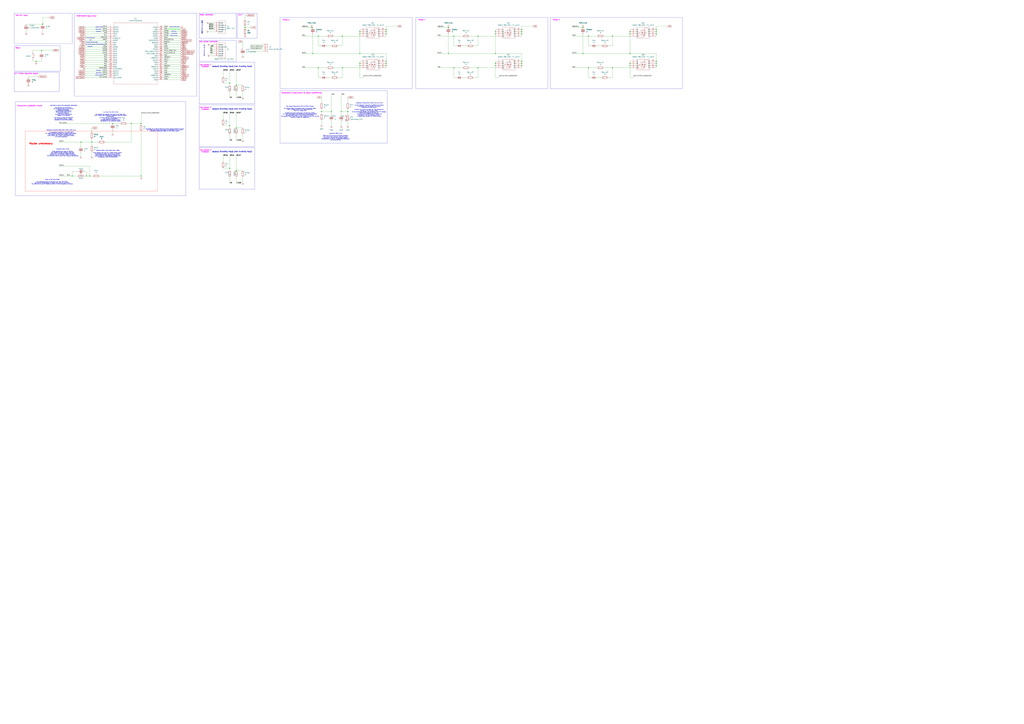
<source format=kicad_sch>
(kicad_sch (version 20231120) (generator "eeschema") (generator_version "8.0")
  (paper "A0")
  (junction (at 575.31 73.66))
  (junction (at 448.31 73.66))
  (junction (at 575.31 62.23))
  (junction (at 554.99 41.91))
  (junction (at 676.91 31.75))
  (junction (at 41.91 71.12))
  (junction (at 163.83 204.47))
  (junction (at 605.79 39.37))
  (junction (at 163.83 143.51))
  (junction (at 384.81 129.54))
  (junction (at 527.05 78.74))
  (junction (at 605.79 36.83))
  (junction (at 266.7 195.58))
  (junction (at 448.31 34.29))
  (junction (at 274.32 148.59))
  (junction (at 417.83 62.23))
  (junction (at 274.32 99.06))
  (junction (at 605.79 71.12))
  (junction (at 731.52 73.66))
  (junction (at 106.68 165.1))
  (junction (at 130.81 143.51))
  (junction (at 396.24 129.54))
  (junction (at 266.7 146.05))
  (junction (at 448.31 76.2))
  (junction (at 48.26 58.42))
  (junction (at 152.4 143.51))
  (junction (at 575.31 39.37))
  (junction (at 683.26 78.74))
  (junction (at 731.52 76.2))
  (junction (at 676.91 62.23))
  (junction (at 403.86 129.54))
  (junction (at 417.83 39.37))
  (junction (at 369.57 41.91))
  (junction (at 575.31 76.2))
  (junction (at 605.79 76.2))
  (junction (at 683.26 41.91))
  (junction (at 104.14 204.47))
  (junction (at 762 73.66))
  (junction (at 397.51 78.74))
  (junction (at 527.05 41.91))
  (junction (at 575.31 36.83))
  (junction (at 373.38 129.54))
  (junction (at 274.32 198.12))
  (junction (at 762 34.29))
  (junction (at 100.33 204.47))
  (junction (at 762 39.37))
  (junction (at 731.52 39.37))
  (junction (at 417.83 36.83))
  (junction (at 448.31 39.37))
  (junction (at 417.83 76.2))
  (junction (at 417.83 73.66))
  (junction (at 731.52 62.23))
  (junction (at 520.7 31.75))
  (junction (at 93.98 165.1))
  (junction (at 711.2 78.74))
  (junction (at 520.7 62.23))
  (junction (at 554.99 78.74))
  (junction (at 605.79 34.29))
  (junction (at 266.7 96.52))
  (junction (at 83.82 204.47))
  (junction (at 762 36.83))
  (junction (at 284.48 31.75))
  (junction (at 448.31 36.83))
  (junction (at 49.53 27.94))
  (junction (at 711.2 41.91))
  (junction (at 369.57 78.74))
  (junction (at 605.79 73.66))
  (junction (at 448.31 71.12))
  (junction (at 731.52 36.83))
  (junction (at 762 76.2))
  (junction (at 361.95 31.75))
  (junction (at 762 71.12))
  (junction (at 363.22 62.23))
  (junction (at 397.51 41.91))
  (wire (pts (xy 93.98 177.8) (xy 93.98 181.61)))
  (wire (pts (xy 93.98 165.1) (xy 106.68 165.1)))
  (wire (pts (xy 33.02 90.17) (xy 33.02 88.9)))
  (wire (pts (xy 104.14 204.47) (xy 104.14 193.04)))
  (wire (pts (xy 281.94 156.21) (xy 281.94 162.56)))
  (wire (pts (xy 508 41.91) (xy 527.05 41.91)))
  (wire (pts (xy 369.57 41.91) (xy 379.73 41.91)))
  (wire (pts (xy 731.52 76.2) (xy 731.52 90.17)))
  (wire (pts (xy 99.06 49.53) (xy 124.46 49.53)))
  (wire (pts (xy 575.31 76.2) (xy 575.31 90.17)))
  (wire (pts (xy 124.46 85.09) (xy 99.06 85.09)))
  (wire (pts (xy 575.31 71.12) (xy 575.31 73.66)))
  (wire (pts (xy 605.79 39.37) (xy 605.79 36.83)))
  (wire (pts (xy 274.32 106.68) (xy 274.32 114.3)))
  (wire (pts (xy 190.5 34.29) (xy 209.55 34.29)))
  (wire (pts (xy 99.06 52.07) (xy 124.46 52.07)))
  (wire (pts (xy 83.82 204.47) (xy 90.17 204.47)))
  (wire (pts (xy 605.79 73.66) (xy 605.79 76.2)))
  (wire (pts (xy 248.92 29.21) (xy 242.57 29.21)))
  (wire (pts (xy 417.83 90.17) (xy 421.64 90.17)))
  (wire (pts (xy 106.68 165.1) (xy 114.3 165.1)))
  (wire (pts (xy 520.7 62.23) (xy 520.7 39.37)))
  (wire (pts (xy 397.51 78.74) (xy 417.83 78.74)))
  (wire (pts (xy 259.08 146.05) (xy 266.7 146.05)))
  (wire (pts (xy 350.52 31.75) (xy 361.95 31.75)))
  (wire (pts (xy 38.1 71.12) (xy 41.91 71.12)))
  (wire (pts (xy 363.22 62.23) (xy 363.22 39.37)))
  (wire (pts (xy 30.48 35.56) (xy 30.48 38.1)))
  (wire (pts (xy 384.81 133.35) (xy 384.81 129.54)))
  (wire (pts (xy 735.33 88.9) (xy 735.33 90.17)))
  (wire (pts (xy 554.99 90.17) (xy 549.91 90.17)))
  (wire (pts (xy 48.26 68.58) (xy 48.26 71.12)))
  (wire (pts (xy 605.79 36.83) (xy 605.79 34.29)))
  (wire (pts (xy 99.06 57.15) (xy 124.46 57.15)))
  (wire (pts (xy 448.31 62.23) (xy 448.31 71.12)))
  (wire (pts (xy 190.5 39.37) (xy 209.55 39.37)))
  (wire (pts (xy 290.83 57.15) (xy 306.07 57.15)))
  (wire (pts (xy 417.83 34.29) (xy 417.83 36.83)))
  (wire (pts (xy 384.81 110.49) (xy 384.81 129.54)))
  (wire (pts (xy 448.31 71.12) (xy 448.31 73.66)))
  (wire (pts (xy 448.31 76.2) (xy 448.31 78.74)))
  (wire (pts (xy 537.21 90.17) (xy 542.29 90.17)))
  (wire (pts (xy 259.08 132.08) (xy 259.08 138.43)))
  (wire (pts (xy 575.31 36.83) (xy 575.31 39.37)))
  (wire (pts (xy 190.5 90.17) (xy 209.55 90.17)))
  (wire (pts (xy 361.95 31.75) (xy 363.22 31.75)))
  (wire (pts (xy 605.79 76.2) (xy 605.79 78.74)))
  (wire (pts (xy 99.06 41.91) (xy 124.46 41.91)))
  (wire (pts (xy 100.33 199.39) (xy 100.33 204.47)))
  (wire (pts (xy 605.79 71.12) (xy 605.79 73.66)))
  (wire (pts (xy 379.73 53.34) (xy 384.81 53.34)))
  (wire (pts (xy 676.91 62.23) (xy 676.91 39.37)))
  (wire (pts (xy 190.5 64.77) (xy 209.55 64.77)))
  (wire (pts (xy 274.32 99.06) (xy 281.94 99.06)))
  (wire (pts (xy 508 78.74) (xy 527.05 78.74)))
  (wire (pts (xy 248.92 62.23) (xy 243.84 62.23)))
  (wire (pts (xy 554.99 53.34) (xy 549.91 53.34)))
  (wire (pts (xy 403.86 140.97) (xy 403.86 146.05)))
  (wire (pts (xy 266.7 205.74) (xy 266.7 213.36)))
  (wire (pts (xy 762 62.23) (xy 762 71.12)))
  (wire (pts (xy 554.99 41.91) (xy 575.31 41.91)))
  (wire (pts (xy 99.06 46.99) (xy 124.46 46.99)))
  (wire (pts (xy 762 39.37) (xy 762 36.83)))
  (wire (pts (xy 403.86 129.54) (xy 403.86 133.35)))
  (wire (pts (xy 683.26 90.17) (xy 685.8 90.17)))
  (wire (pts (xy 448.31 39.37) (xy 448.31 36.83)))
  (wire (pts (xy 190.5 87.63) (xy 209.55 87.63)))
  (wire (pts (xy 448.31 73.66) (xy 448.31 76.2)))
  (wire (pts (xy 350.52 62.23) (xy 363.22 62.23)))
  (wire (pts (xy 369.57 90.17) (xy 372.11 90.17)))
  (wire (pts (xy 248.92 26.67) (xy 242.57 26.67)))
  (wire (pts (xy 281.94 63.5) (xy 281.94 64.77)))
  (wire (pts (xy 190.5 80.01) (xy 209.55 80.01)))
  (wire (pts (xy 190.5 59.69) (xy 209.55 59.69)))
  (wire (pts (xy 731.52 36.83) (xy 731.52 39.37)))
  (wire (pts (xy 281.94 48.26) (xy 281.94 55.88)))
  (wire (pts (xy 664.21 31.75) (xy 676.91 31.75)))
  (wire (pts (xy 266.7 156.21) (xy 266.7 163.83)))
  (wire (pts (xy 554.99 78.74) (xy 554.99 90.17)))
  (wire (pts (xy 190.5 69.85) (xy 209.55 69.85)))
  (wire (pts (xy 281.94 106.68) (xy 281.94 113.03)))
  (wire (pts (xy 99.06 77.47) (xy 124.46 77.47)))
  (wire (pts (xy 605.79 62.23) (xy 605.79 71.12)))
  (wire (pts (xy 731.52 62.23) (xy 762 62.23)))
  (wire (pts (xy 421.64 88.9) (xy 421.64 90.17)))
  (wire (pts (xy 93.98 165.1) (xy 93.98 170.18)))
  (wire (pts (xy 605.79 30.48) (xy 618.49 30.48)))
  (wire (pts (xy 575.31 73.66) (xy 575.31 76.2)))
  (wire (pts (xy 527.05 53.34) (xy 529.59 53.34)))
  (wire (pts (xy 554.99 78.74) (xy 575.31 78.74)))
  (wire (pts (xy 373.38 139.7) (xy 373.38 144.78)))
  (wire (pts (xy 369.57 78.74) (xy 379.73 78.74)))
  (wire (pts (xy 290.83 54.61) (xy 306.07 54.61)))
  (wire (pts (xy 106.68 165.1) (xy 106.68 168.91)))
  (wire (pts (xy 266.7 195.58) (xy 266.7 198.12)))
  (wire (pts (xy 274.32 82.55) (xy 274.32 99.06)))
  (wire (pts (xy 49.53 20.32) (xy 49.53 27.94)))
  (wire (pts (xy 373.38 127) (xy 373.38 129.54)))
  (wire (pts (xy 99.06 39.37) (xy 124.46 39.37)))
  (wire (pts (xy 248.92 64.77) (xy 243.84 64.77)))
  (wire (pts (xy 259.08 195.58) (xy 266.7 195.58)))
  (wire (pts (xy 350.52 41.91) (xy 369.57 41.91)))
  (wire (pts (xy 90.17 199.39) (xy 83.82 199.39)))
  (wire (pts (xy 284.48 31.75) (xy 290.83 31.75)))
  (wire (pts (xy 163.83 152.4) (xy 163.83 204.47)))
  (wire (pts (xy 190.5 31.75) (xy 209.55 31.75)))
  (wire (pts (xy 97.79 199.39) (xy 100.33 199.39)))
  (wire (pts (xy 152.4 143.51) (xy 163.83 143.51)))
  (wire (pts (xy 83.82 204.47) (xy 68.58 204.47)))
  (wire (pts (xy 448.31 36.83) (xy 448.31 34.29)))
  (wire (pts (xy 248.92 57.15) (xy 243.84 57.15)))
  (wire (pts (xy 417.83 39.37) (xy 417.83 62.23)))
  (wire (pts (xy 266.7 106.68) (xy 266.7 114.3)))
  (wire (pts (xy 396.24 129.54) (xy 403.86 129.54)))
  (wire (pts (xy 701.04 78.74) (xy 711.2 78.74)))
  (wire (pts (xy 49.53 20.32) (xy 57.15 20.32)))
  (wire (pts (xy 248.92 36.83) (xy 242.57 36.83)))
  (wire (pts (xy 544.83 41.91) (xy 554.99 41.91)))
  (wire (pts (xy 152.4 143.51) (xy 152.4 165.1)))
  (wire (pts (xy 99.06 34.29) (xy 124.46 34.29)))
  (wire (pts (xy 41.91 71.12) (xy 41.91 72.39)))
  (wire (pts (xy 508 31.75) (xy 520.7 31.75)))
  (wire (pts (xy 711.2 78.74) (xy 731.52 78.74)))
  (wire (pts (xy 33.02 88.9) (xy 44.45 88.9)))
  (wire (pts (xy 397.51 41.91) (xy 417.83 41.91)))
  (wire (pts (xy 762 71.12) (xy 762 73.66)))
  (wire (pts (xy 290.83 52.07) (xy 306.07 52.07)))
  (wire (pts (xy 147.32 143.51) (xy 152.4 143.51)))
  (wire (pts (xy 762 76.2) (xy 762 78.74)))
  (wire (pts (xy 575.31 62.23) (xy 605.79 62.23)))
  (wire (pts (xy 537.21 53.34) (xy 542.29 53.34)))
  (wire (pts (xy 527.05 90.17) (xy 529.59 90.17)))
  (wire (pts (xy 417.83 73.66) (xy 417.83 76.2)))
  (wire (pts (xy 99.06 31.75) (xy 124.46 31.75)))
  (wire (pts (xy 527.05 78.74) (xy 537.21 78.74)))
  (wire (pts (xy 683.26 53.34) (xy 685.8 53.34)))
  (wire (pts (xy 575.31 34.29) (xy 575.31 36.83)))
  (wire (pts (xy 284.48 30.48) (xy 284.48 31.75)))
  (wire (pts (xy 369.57 53.34) (xy 372.11 53.34)))
  (wire (pts (xy 363.22 62.23) (xy 417.83 62.23)))
  (wire (pts (xy 448.31 41.91) (xy 448.31 39.37)))
  (wire (pts (xy 99.06 69.85) (xy 124.46 69.85)))
  (wire (pts (xy 274.32 205.74) (xy 274.32 213.36)))
  (wire (pts (xy 99.06 72.39) (xy 124.46 72.39)))
  (wire (pts (xy 711.2 53.34) (xy 706.12 53.34)))
  (wire (pts (xy 83.82 199.39) (xy 83.82 204.47)))
  (wire (pts (xy 190.5 57.15) (xy 209.55 57.15)))
  (wire (pts (xy 397.51 41.91) (xy 397.51 53.34)))
  (wire (pts (xy 554.99 41.91) (xy 554.99 53.34)))
  (wire (pts (xy 190.5 82.55) (xy 209.55 82.55)))
  (wire (pts (xy 68.58 165.1) (xy 93.98 165.1)))
  (wire (pts (xy 99.06 36.83) (xy 124.46 36.83)))
  (wire (pts (xy 190.5 49.53) (xy 209.55 49.53)))
  (wire (pts (xy 190.5 54.61) (xy 209.55 54.61)))
  (wire (pts (xy 266.7 181.61) (xy 266.7 195.58)))
  (wire (pts (xy 731.52 34.29) (xy 731.52 36.83)))
  (wire (pts (xy 106.68 161.29) (xy 106.68 165.1)))
  (wire (pts (xy 403.86 129.54) (xy 403.86 127)))
  (wire (pts (xy 701.04 41.91) (xy 711.2 41.91)))
  (wire (pts (xy 683.26 78.74) (xy 693.42 78.74)))
  (wire (pts (xy 508 62.23) (xy 520.7 62.23)))
  (wire (pts (xy 190.5 77.47) (xy 209.55 77.47)))
  (wire (pts (xy 762 30.48) (xy 774.7 30.48)))
  (wire (pts (xy 115.57 204.47) (xy 163.83 204.47)))
  (wire (pts (xy 266.7 146.05) (xy 266.7 148.59)))
  (wire (pts (xy 664.21 78.74) (xy 683.26 78.74)))
  (wire (pts (xy 97.79 204.47) (xy 100.33 204.47)))
  (wire (pts (xy 396.24 133.35) (xy 396.24 129.54)))
  (wire (pts (xy 99.06 67.31) (xy 124.46 67.31)))
  (wire (pts (xy 48.26 60.96) (xy 48.26 58.42)))
  (wire (pts (xy 99.06 62.23) (xy 124.46 62.23)))
  (wire (pts (xy 369.57 78.74) (xy 369.57 90.17)))
  (wire (pts (xy 731.52 90.17) (xy 735.33 90.17)))
  (wire (pts (xy 384.81 140.97) (xy 384.81 146.05)))
  (wire (pts (xy 266.7 82.55) (xy 266.7 96.52)))
  (wire (pts (xy 683.26 78.74) (xy 683.26 90.17)))
  (wire (pts (xy 731.52 39.37) (xy 731.52 62.23)))
  (wire (pts (xy 38.1 58.42) (xy 38.1 59.69)))
  (wire (pts (xy 605.79 41.91) (xy 605.79 39.37)))
  (wire (pts (xy 762 41.91) (xy 762 39.37)))
  (wire (pts (xy 373.38 129.54) (xy 373.38 132.08)))
  (wire (pts (xy 683.26 41.91) (xy 683.26 53.34)))
  (wire (pts (xy 48.26 58.42) (xy 60.96 58.42)))
  (wire (pts (xy 281.94 205.74) (xy 281.94 212.09)))
  (wire (pts (xy 711.2 41.91) (xy 711.2 53.34)))
  (wire (pts (xy 190.5 36.83) (xy 209.55 36.83)))
  (wire (pts (xy 190.5 67.31) (xy 209.55 67.31)))
  (wire (pts (xy 163.83 132.08) (xy 163.83 143.51)))
  (wire (pts (xy 683.26 41.91) (xy 693.42 41.91)))
  (wire (pts (xy 190.5 62.23) (xy 209.55 62.23)))
  (wire (pts (xy 190.5 85.09) (xy 209.55 85.09)))
  (wire (pts (xy 124.46 90.17) (xy 99.06 90.17)))
  (wire (pts (xy 544.83 78.74) (xy 554.99 78.74)))
  (wire (pts (xy 403.86 113.03) (xy 403.86 119.38)))
  (wire (pts (xy 417.83 71.12) (xy 417.83 73.66)))
  (wire (pts (xy 579.12 88.9) (xy 579.12 90.17)))
  (wire (pts (xy 274.32 132.08) (xy 274.32 148.59)))
  (wire (pts (xy 284.48 31.75) (xy 284.48 33.02)))
  (wire (pts (xy 369.57 41.91) (xy 369.57 53.34)))
  (wire (pts (xy 266.7 132.08) (xy 266.7 146.05)))
  (wire (pts (xy 693.42 90.17) (xy 698.5 90.17)))
  (wire (pts (xy 373.38 129.54) (xy 384.81 129.54)))
  (wire (pts (xy 397.51 90.17) (xy 392.43 90.17)))
  (wire (pts (xy 124.46 82.55) (xy 99.06 82.55)))
  (wire (pts (xy 693.42 53.34) (xy 698.5 53.34)))
  (wire (pts (xy 100.33 204.47) (xy 104.14 204.47)))
  (wire (pts (xy 248.92 59.69) (xy 243.84 59.69)))
  (wire (pts (xy 190.5 92.71) (xy 209.55 92.71)))
  (wire (pts (xy 676.91 62.23) (xy 731.52 62.23)))
  (wire (pts (xy 190.5 72.39) (xy 209.55 72.39)))
  (wire (pts (xy 711.2 78.74) (xy 711.2 90.17)))
  (wire (pts (xy 248.92 31.75) (xy 242.57 31.75)))
  (wire (pts (xy 266.7 96.52) (xy 266.7 99.06)))
  (wire (pts (xy 417.83 36.83) (xy 417.83 39.37)))
  (wire (pts (xy 99.06 74.93) (xy 124.46 74.93)))
  (wire (pts (xy 520.7 62.23) (xy 575.31 62.23)))
  (wire (pts (xy 527.05 41.91) (xy 537.21 41.91)))
  (wire (pts (xy 30.48 27.94) (xy 49.53 27.94)))
  (wire (pts (xy 285.75 17.78) (xy 284.48 17.78)))
  (wire (pts (xy 527.05 78.74) (xy 527.05 90.17)))
  (wire (pts (xy 274.32 181.61) (xy 274.32 198.12)))
  (wire (pts (xy 448.31 30.48) (xy 461.01 30.48)))
  (wire (pts (xy 41.91 71.12) (xy 48.26 71.12)))
  (wire (pts (xy 259.08 181.61) (xy 259.08 187.96)))
  (wire (pts (xy 350.52 78.74) (xy 369.57 78.74)))
  (wire (pts (xy 711.2 90.17) (xy 706.12 90.17)))
  (wire (pts (xy 106.68 148.59) (xy 106.68 153.67)))
  (wire (pts (xy 163.83 143.51) (xy 163.83 144.78)))
  (wire (pts (xy 190.5 52.07) (xy 209.55 52.07)))
  (wire (pts (xy 99.06 44.45) (xy 124.46 44.45)))
  (wire (pts (xy 274.32 156.21) (xy 274.32 163.83)))
  (wire (pts (xy 711.2 41.91) (xy 731.52 41.91)))
  (wire (pts (xy 284.48 17.78) (xy 284.48 22.86)))
  (wire (pts (xy 248.92 54.61) (xy 243.84 54.61)))
  (wire (pts (xy 387.35 41.91) (xy 397.51 41.91)))
  (wire (pts (xy 664.21 62.23) (xy 676.91 62.23)))
  (wire (pts (xy 259.08 82.55) (xy 259.08 88.9)))
  (wire (pts (xy 417.83 76.2) (xy 417.83 90.17)))
  (wire (pts (xy 38.1 69.85) (xy 38.1 71.12)))
  (wire (pts (xy 397.51 53.34) (xy 392.43 53.34)))
  (wire (pts (xy 762 73.66) (xy 762 76.2)))
  (wire (pts (xy 68.58 193.04) (xy 104.14 193.04)))
  (wire (pts (xy 379.73 90.17) (xy 384.81 90.17)))
  (wire (pts (xy 396.24 140.97) (xy 396.24 146.05)))
  (wire (pts (xy 575.31 39.37) (xy 575.31 62.23)))
  (wire (pts (xy 104.14 204.47) (xy 107.95 204.47)))
  (wire (pts (xy 99.06 64.77) (xy 124.46 64.77)))
  (wire (pts (xy 106.68 176.53) (xy 106.68 181.61)))
  (wire (pts (xy 49.53 35.56) (xy 49.53 38.1)))
  (wire (pts (xy 527.05 41.91) (xy 527.05 53.34)))
  (wire (pts (xy 124.46 59.69) (xy 99.06 59.69)))
  (wire (pts (xy 762 34.29) (xy 762 30.48)))
  (wire (pts (xy 190.5 74.93) (xy 209.55 74.93)))
  (wire (pts (xy 664.21 41.91) (xy 683.26 41.91)))
  (wire (pts (xy 396.24 110.49) (xy 396.24 129.54)))
  (wire (pts (xy 248.92 52.07) (xy 243.84 52.07)))
  (wire (pts (xy 762 36.83) (xy 762 34.29)))
  (wire (pts (xy 373.38 113.03) (xy 373.38 119.38)))
  (wire (pts (xy 448.31 34.29) (xy 448.31 30.48)))
  (wire (pts (xy 397.51 78.74) (xy 397.51 90.17)))
  (wire (pts (xy 130.81 143.51) (xy 139.7 143.51)))
  (wire (pts (xy 130.81 151.13) (xy 130.81 154.94)))
  (wire (pts (xy 274.32 198.12) (xy 281.94 198.12)))
  (wire (pts (xy 190.5 41.91) (xy 209.55 41.91)))
  (wire (pts (xy 124.46 87.63) (xy 99.06 87.63)))
  (wire (pts (xy 605.79 34.29) (xy 605.79 30.48)))
  (wire (pts (xy 274.32 148.59) (xy 281.94 148.59)))
  (wire (pts (xy 99.06 54.61) (xy 124.46 54.61)))
  (wire (pts (xy 290.83 59.69) (xy 306.07 59.69)))
  (wire (pts (xy 575.31 90.17) (xy 579.12 90.17)))
  (wire (pts (xy 259.08 96.52) (xy 266.7 96.52)))
  (wire (pts (xy 190.5 46.99) (xy 209.55 46.99)))
  (wire (pts (xy 190.5 44.45) (xy 209.55 44.45)))
  (wire (pts (xy 417.83 62.23) (xy 448.31 62.23)))
  (wire (pts (xy 248.92 34.29) (xy 242.57 34.29)))
  (wire (pts (xy 152.4 165.1) (xy 121.92 165.1)))
  (wire (pts (xy 68.58 143.51) (xy 130.81 143.51)))
  (wire (pts (xy 387.35 78.74) (xy 397.51 78.74)))
  (wire (pts (xy 731.52 71.12) (xy 731.52 73.66)))
  (wire (pts (xy 38.1 58.42) (xy 48.26 58.42)))
  (wire (pts (xy 124.46 80.01) (xy 99.06 80.01)))
  (wire (pts (xy 731.52 73.66) (xy 731.52 76.2)))
  (wire (pts (xy 163.83 204.47) (xy 163.83 205.74)))
  (rectangle (start 16.51 83.82) (end 68.58 106.68))
  (rectangle (start 231.14 15.24) (end 274.32 44.45))
  (rectangle (start 638.81 20.32) (end 792.48 102.87))
  (rectangle (start 86.36 15.24) (end 228.6 111.76))
  (rectangle (start 231.14 121.92) (end 295.91 170.18))
  (rectangle (start 16.51 15.24) (end 83.82 50.8))
  (rectangle (start 275.59 15.24) (end 298.45 44.45))
  (rectangle (start 325.12 20.32) (end 478.79 102.87))
  (rectangle (start 325.12 105.41) (end 449.58 166.37))
  (rectangle (start 231.14 46.99) (end 274.32 71.12))
  (rectangle (start 29.21 152.4) (end 182.88 222.25) (stroke (width 0) (color 255 0 0 1)))
  (rectangle (start 16.51 53.34) (end 69.85 82.55))
  (rectangle (start 482.6 20.32) (end 636.27 102.87))
  (rectangle (start 231.14 72.39) (end 295.91 120.65))
  (rectangle (start 231.14 171.45) (end 295.91 219.71))
  (rectangle (start 17.78 118.11) (end 215.9 227.33))
  (text "GND H3 H2 H1 +5V GND" (at 237.236 58.674 90) (effects (font (size 0.7 0.7) (thickness 0.254) (bold yes))))
  (text "OpAmp output" (at 201.93 36.322 0) (effects (font (size 0.5 0.5))))
  (text "Bus Voltage Measurement (VM) and Divider Network:\n\nThe resistors RBUS1 and RBUS2, along with capacitor CBUS, \nform a voltage divider circuit connected to the \nmain bus voltage (VM).\n\nPurpose: This circuit scales down the high bus voltage \nto a lower, measurable level suitable for the analog-to-digital \nconverter (ADC) inputs of the microcontroller (PA5). \nThe capacitor CBUS helps filter out high-frequency noise from the bus,\nensuring a stable DC voltage level." (at 348.488 130.048 0) (effects (font (size 0.8 0.8))))
  (text "12 V linear regulator output" (at 104.648 43.942 0) (effects (font (size 0.5 0.5))))
  (text "OpAmp output" (at 114.554 82.042 0) (effects (font (size 0.5 0.5))))
  (text "GND W V U GND" (at 234.696 31.496 90) (effects (font (size 1.27 1.27) (thickness 0.254) (bold yes))))
  (text "OpAmp inverting" (at 114.3 34.036 0) (effects (font (size 0.5 0.5))))
  (text "Analog voltage" (at 104.394 54.102 0) (effects (font (size 0.5 0.5))))
  (text "Power supply voltage (bus voltage)" (at 106.426 49.022 0) (effects (font (size 0.5 0.5))))
  (text "(output) (inverting input) (non-inverting input)" (at 269.494 176.276 0) (effects (font (size 1.27 1.27) (thickness 0.254) (bold yes))))
  (text "Phase V" (at 489.712 23.114 0) (effects (font (size 1.27 1.27) (thickness 0.254) (bold yes))))
  (text "Temperature Measurement Network (NTC and RTH):\n\nThe NTC (Negative Temperature Coefficient thermistor) \nin conjunction with the resistor RTH forms a \ntemperature sensing network.\n\nPurpose: This network provides real-time temperature \nfeedback to the ADC input (PB1). \nAs the temperature changes, the resistance of the NTC changes, \naltering the voltage at the ADC pin. \nThis allows the microcontroller to monitor the\ntemperature and take protective actions \nif needed (e.g., shutdown or limiting current)." (at 428.752 127.508 0) (effects (font (size 0.8 0.8))))
  (text "2.5 V" (at 279.146 17.272 0) (effects (font (size 1.27 1.27) (thickness 0.254) (bold yes))))
  (text "Connection to Overcurrent Comparator (OCCComp):\n\nAfter filtering and amplification, \nthe conditioned signal is fed into the \nOCCComp comparator. \nThis comparator compares the \nsensed current signal with a \npredefined threshold, \nwhich can be set using external \nresistors or by software.\n\nIf the current exceeds the threshold, \nthe comparator outputs a signal \nindicating an overcurrent condition." (at 73.914 131.064 0) (effects (font (size 0.8 0.8))))
  (text "Reset\n" (at 20.574 55.88 0) (effects (font (size 1.27 1.27) (thickness 0.254) (bold yes))))
  (text "OpAmp inverting" (at 114.554 84.836 0) (effects (font (size 0.5 0.5))))
  (text "OpAmp non-inverting" (at 114.808 87.376 0) (effects (font (size 0.5 0.5))))
  (text "VDD 24V Input" (at 25.146 18.034 0) (effects (font (size 1.27 1.27) (thickness 0.254) (bold yes))))
  (text "Phase W" (at 645.922 23.114 0) (effects (font (size 1.27 1.27) (thickness 0.254) (bold yes))))
  (text "RESET" (at 105.156 46.736 0) (effects (font (size 0.5 0.5))))
  (text "OpAmp inverting" (at 202.438 38.862 0) (effects (font (size 0.5 0.5))))
  (text "OpAmp non-inverting" (at 201.676 41.402 0) (effects (font (size 0.5 0.5))))
  (text "Internally connected to ground" (at 202.692 31.242 0) (effects (font (size 0.5 0.5))))
  (text "Hall sensor connector" (at 242.062 48.514 0) (effects (font (size 1.27 1.27) (thickness 0.254) (bold yes))))
  (text "Operational Amplifiers (OP0, OP1P, OP1N, OP1O, etc.):\n\n The operational amplifiers in the STSPIN32F0 \nare used to amplify and buffer the sensed current signal. \nThey convert the differential voltage across the \nshunt resistor into a single-ended signal suitable \nfor further processing." (at 71.12 155.194 0) (effects (font (size 0.8 0.8))))
  (text "(output) (inverting input) (non-inverting input)" (at 269.494 77.216 0) (effects (font (size 1.27 1.27) (thickness 0.254) (bold yes))))
  (text "+24V Digital power supply" (at 201.93 33.782 0) (effects (font (size 0.7 0.7))))
  (text "(output) (inverting input) (non-inverting input)" (at 269.494 126.746 0) (effects (font (size 1.27 1.27) (thickness 0.254) (bold yes))))
  (text "Resistors (RCS1, RCS2, RCS3, RCS4, RCS5):\n\nThese resistors form part of a voltage divider network, \nconditioning the signal from the shunt resistor. \nThis conditioning helps adjust the signal to a \nsuitable range for the operational amplifiers and \ncomparators within the STSPIN32F0." (at 125.222 178.816 0) (effects (font (size 0.8 0.8))))
  (text "Phase U\n" (at 332.232 23.114 0) (effects (font (size 1.27 1.27) (thickness 0.254) (bold yes))))
  (text "Hall sensor 1\nFeedback" (at 238.506 76.454 0) (effects (font (size 1.27 1.27) (thickness 0.254) (bold yes))))
  (text "Low-Pass Filter (RLP, CLP):\n\nThis resistor and capacitor pair forms a low-pass filter, \nwhich removes high-frequency components from the sensed \ncurrent signal. \nIt ensures that only the average value or \nlow-frequency components \n(representative of the actual current) \nare passed to the subsequent stages." (at 128.524 135.636 0) (effects (font (size 0.8 0.8))))
  (text "Capacitors (CBUS, CTH):\n\nCBUS and CTH are used for filtering purposes. \nThey remove high-frequency noise and ensure \nthat only the relevant low-frequency signals \n(representative of the bus voltage and temperature) \nare fed to the ADC." (at 389.89 159.004 0) (effects (font (size 0.8 0.8))))
  (text "12 V linear regulator output" (at 30.48 85.598 0) (effects (font (size 1.27 1.27) (thickness 0.254) (bold yes))))
  (text "Capacitors (Ccs1, Ccs2)\n\nThese capacitors are used for filtering. \nThey smooth out high-frequency noise and \nensure that the measured voltage accurately \nrepresents the current signal without interference \nfrom switching noise or other high-frequency disturbances." (at 72.898 177.292 0) (effects (font (size 0.8 0.8))))
  (text "Hall sensor 3\nFeedback" (at 238.506 175.514 0) (effects (font (size 1.27 1.27) (thickness 0.254) (bold yes))))
  (text "Output to ADC Input (PA3):\n\nThe conditioned signal is also sent to an ADC input (PA3), \nallowing the microcontroller to monitor the current in real-time. \nThis data can be used for feedback control or further processing in software." (at 60.706 211.328 0) (effects (font (size 0.8 0.8))))
  (text "Temperature measurement & signal conditioning" (at 350.012 107.95 0) (effects (font (size 1.27 1.27) (thickness 0.254) (bold yes))))
  (text "Hall sensor 2\nFeedback" (at 238.506 125.984 0) (effects (font (size 1.27 1.27) (thickness 0.254) (bold yes))))
  (text "STSPIN32F0 Gate driver" (at 100.584 18.796 0) (effects (font (size 1.27 1.27) (thickness 0.254) (bold yes))))
  (text "OpAmp output" (at 114.3 36.576 0) (effects (font (size 0.5 0.5))))
  (text "Maybe unecessary" (at 47.498 166.878 0) (effects (font (size 2 2) (thickness 0.4) (bold yes))))
  (text "3.3 V DC/DC Buck regulator switching node (Analog out)" (at 110.49 51.562 0) (effects (font (size 0.5 0.5))))
  (text "Overcurrent protection circuit\n" (at 34.544 122.936 0) (effects (font (size 1.27 1.27) (thickness 0.254) (bold yes))))
  (text "OpAmp non-inverting" (at 115.062 31.496 0) (effects (font (size 0.5 0.5))))
  (text "Motor connector" (at 239.776 17.272 0) (effects (font (size 1.27 1.27) (thickness 0.254) (bold yes))))
  (text "The resistor Rs is used to sense the current flowing through the circuit. \nThe voltage drop across this resistor is proportional to the current, \nproviding a measurable signal for the control system." (at 191.516 151.13 0) (effects (font (size 0.8 0.8))))
  (label "OP2N" (at 266.7 82.55 0) (effects (font (thickness 0.254) (bold yes))))
  (label "OUTV" (at 508 62.23 0))
  (label "VDDA" (at 124.46 54.61 180))
  (label "H3" (at 266.7 213.36 0) (effects (font (thickness 0.254) (bold yes))))
  (label "PA13_SWD_IO" (at 190.5 62.23 0))
  (label "OP2O" (at 259.08 82.55 0) (effects (font (thickness 0.254) (bold yes))))
  (label "OC_Comp" (at 124.46 90.17 180))
  (label "OUTU" (at 190.5 69.85 0))
  (label "PA5" (at 384.81 110.49 0))
  (label "OP4P" (at 274.32 181.61 0) (effects (font (thickness 0.254) (bold yes))))
  (label "PA3" (at 124.46 64.77 180))
  (label "OP3P" (at 190.5 41.91 0))
  (label "HSU" (at 350.52 41.91 0))
  (label "H3" (at 243.84 62.23 0) (effects (font (thickness 0.254) (bold yes))))
  (label "GND" (at 190.5 44.45 0))
  (label "H2" (at 243.84 59.69 0) (effects (font (thickness 0.254) (bold yes))))
  (label "RESEREVED" (at 190.5 46.99 0))
  (label "LSW" (at 190.5 85.09 0))
  (label "LSV" (at 508 78.74 0))
  (label "overcurrent_protection" (at 579.12 88.9 0))
  (label "NRST" (at 124.46 46.99 180))
  (label "OUTW" (at 664.21 62.23 0))
  (label "PA14_SWD_CLK" (at 290.83 54.61 0))
  (label "OUTV" (at 242.57 31.75 0) (effects (font (thickness 0.254) (bold yes))))
  (label "VBOOTV" (at 190.5 77.47 0))
  (label "SW" (at 124.46 52.07 180))
  (label "PB1" (at 124.46 77.47 180))
  (label "HSV" (at 508 41.91 0))
  (label "H1" (at 266.7 114.3 0) (effects (font (thickness 0.254) (bold yes))))
  (label "OP1P" (at 68.58 165.1 0))
  (label "OP3O" (at 259.08 132.08 0) (effects (font (thickness 0.254) (bold yes))))
  (label "VBOOTU" (at 190.5 67.31 0))
  (label "VM" (at 124.46 49.53 180))
  (label "OP1N" (at 68.58 193.04 0))
  (label "H1" (at 243.84 57.15 0) (effects (font (thickness 0.254) (bold yes))))
  (label "OP4N" (at 266.7 181.61 0) (effects (font (thickness 0.254) (bold yes))))
  (label "PF0" (at 124.46 39.37 180))
  (label "VBOOTU" (at 350.52 31.75 0))
  (label "OUTU" (at 242.57 29.21 0) (effects (font (thickness 0.254) (bold yes))))
  (label "OP3P" (at 274.32 132.08 0) (effects (font (thickness 0.254) (bold yes))))
  (label "OP2O" (at 124.46 57.15 180))
  (label "OP1O" (at 124.46 82.55 180))
  (label "PF1" (at 124.46 41.91 180))
  (label "PA6" (at 124.46 72.39 180))
  (label "H2" (at 266.7 163.83 0) (effects (font (thickness 0.254) (bold yes))))
  (label "LSV" (at 190.5 74.93 0))
  (label "LSU" (at 190.5 64.77 0))
  (label "OUTW" (at 242.57 34.29 0) (effects (font (thickness 0.254) (bold yes))))
  (label "PB1" (at 396.24 110.49 0))
  (label "PA3" (at 77.47 204.47 0))
  (label "LSW" (at 664.21 78.74 0))
  (label "HSV" (at 190.5 82.55 0))
  (label "LSU" (at 350.52 78.74 0))
  (label "OUTV" (at 190.5 80.01 0))
  (label "PA14_SWD_CLK" (at 190.5 59.69 0))
  (label "OP4O" (at 124.46 62.23 180))
  (label "HSW" (at 664.21 41.91 0))
  (label "VBOOTV" (at 508 31.75 0))
  (label "OP2P" (at 274.32 82.55 0) (effects (font (thickness 0.254) (bold yes))))
  (label "HSW" (at 190.5 92.71 0))
  (label "VBOOTW" (at 190.5 87.63 0))
  (label "OP4O" (at 124.46 36.83 180))
  (label "PB7" (at 190.5 52.07 0))
  (label "OP4N" (at 124.46 34.29 180))
  (label "PA5" (at 124.46 69.85 180))
  (label "VREG12" (at 124.46 44.45 180))
  (label "HSU" (at 190.5 72.39 0))
  (label "TESTMODE" (at 124.46 80.01 180))
  (label "VDD" (at 190.5 34.29 0))
  (label "PB6" (at 190.5 54.61 0))
  (label "+2.5V" (at 274.32 213.36 0) (effects (font (thickness 0.254) (bold yes))))
  (label "PA13_SWD_IO" (at 290.83 57.15 0))
  (label "overcurrent_protection" (at 421.64 88.9 0))
  (label "OP3N" (at 266.7 132.08 0) (effects (font (thickness 0.254) (bold yes))))
  (label "OP4P" (at 124.46 31.75 180))
  (label "+2.5V" (at 274.32 114.3 0) (effects (font (thickness 0.254) (bold yes))))
  (label "+2.5V" (at 274.32 163.83 0) (effects (font (thickness 0.254) (bold yes))))
  (label "OP1P" (at 124.46 87.63 180))
  (label "VBOOTW" (at 664.21 31.75 0))
  (label "OC_Comp" (at 68.58 143.51 0))
  (label "OP3O" (at 124.46 59.69 180))
  (label "PA15" (at 190.5 57.15 0))
  (label "PA7" (at 120.65 74.93 0))
  (label "OP3O" (at 190.5 36.83 0))
  (label "overcurrent_protection" (at 163.83 132.08 0))
  (label "OP1N" (at 124.46 85.09 180))
  (label "OUTW" (at 190.5 90.17 0))
  (label "GND" (at 190.5 31.75 0))
  (label "overcurrent_protection" (at 735.33 88.9 0))
  (label "OP4O" (at 259.08 181.61 0) (effects (font (thickness 0.254) (bold yes))))
  (label "BOOT0" (at 190.5 49.53 0))
  (label "PA4" (at 124.46 67.31 180))
  (label "OUTU" (at 350.52 62.23 0))
  (label "OP1O" (at 68.58 204.47 0))
  (label "OP3N" (at 190.5 39.37 0))
  (label "+5V" (at 243.84 54.61 0) (effects (font (thickness 0.254) (bold yes))))
  (global_label "OP2O" (shape input) (at 99.06 57.15 180) (property "Intersheetrefs" "${INTERSHEET_REFS}" (effects (hide yes))))
  (global_label "PA6" (shape input) (at 99.06 72.39 180) (property "Intersheetrefs" "${INTERSHEET_REFS}" (effects (hide yes))))
  (global_label "PB6" (shape input) (at 209.55 54.61 0) (property "Intersheetrefs" "${INTERSHEET_REFS}" (effects (hide yes))))
  (global_label "PA5" (shape input) (at 99.06 69.85 180) (property "Intersheetrefs" "${INTERSHEET_REFS}" (effects (hide yes))))
  (global_label "PF1" (shape input) (at 99.06 41.91 180) (property "Intersheetrefs" "${INTERSHEET_REFS}" (effects (hide yes))))
  (global_label "LSU" (shape input) (at 209.55 64.77 0) (property "Intersheetrefs" "${INTERSHEET_REFS}" (effects (hide yes))))
  (global_label "PA4" (shape input) (at 99.06 67.31 180) (property "Intersheetrefs" "${INTERSHEET_REFS}" (effects (hide yes))))
  (global_label "VM" (shape input) (at 99.06 49.53 180) (property "Intersheetrefs" "${INTERSHEET_REFS}" (effects (hide yes))))
  (global_label "NRST" (shape input) (at 99.06 46.99 180) (property "Intersheetrefs" "${INTERSHEET_REFS}" (effects (hide yes))))
  (global_label "OP4O" (shape input) (at 99.06 36.83 180) (property "Intersheetrefs" "${INTERSHEET_REFS}" (effects (hide yes))))
  (global_label "VBOOTV" (shape input) (at 209.55 77.47 0) (property "Intersheetrefs" "${INTERSHEET_REFS}" (effects (hide yes))))
  (global_label "+5V" (shape input) (at 290.83 31.75 0) (property "Intersheetrefs" "${INTERSHEET_REFS}" (effects (hide yes))))
  (global_label "PA3" (shape input) (at 99.06 64.77 180) (property "Intersheetrefs" "${INTERSHEET_REFS}" (effects (hide yes))))
  (global_label "OP4P" (shape input) (at 99.06 31.75 180) (property "Intersheetrefs" "${INTERSHEET_REFS}" (effects (hide yes))))
  (global_label "BOOT0" (shape input) (at 209.55 49.53 0) (property "Intersheetrefs" "${INTERSHEET_REFS}" (effects (hide yes))))
  (global_label "VM" (shape input) (at 281.94 48.26 180) (property "Intersheetrefs" "${INTERSHEET_REFS}" (effects (hide yes))))
  (global_label "OP4N" (shape input) (at 99.06 34.29 180) (property "Intersheetrefs" "${INTERSHEET_REFS}" (effects (hide yes))))
  (global_label "OP1N" (shape input) (at 99.06 85.09 180) (property "Intersheetrefs" "${INTERSHEET_REFS}" (effects (hide yes))))
  (global_label "VM" (shape input) (at 373.38 113.03 180) (property "Intersheetrefs" "${INTERSHEET_REFS}" (effects (hide yes))))
  (global_label "NRST" (shape input) (at 60.96 58.42 0) (property "Intersheetrefs" "${INTERSHEET_REFS}" (effects (hide yes))))
  (global_label "OP3P" (shape input) (at 209.55 41.91 0) (property "Intersheetrefs" "${INTERSHEET_REFS}" (effects (hide yes))))
  (global_label "SW" (shape input) (at 99.06 52.07 180) (property "Intersheetrefs" "${INTERSHEET_REFS}" (effects (hide yes))))
  (global_label "OC_Comp" (shape input) (at 99.06 90.17 180) (property "Intersheetrefs" "${INTERSHEET_REFS}" (effects (hide yes))))
  (global_label "PA14_SWD_CLK" (shape input) (at 209.55 59.69 0) (property "Intersheetrefs" "${INTERSHEET_REFS}" (effects (hide yes))))
  (global_label "PB7" (shape input) (at 209.55 52.07 0) (property "Intersheetrefs" "${INTERSHEET_REFS}" (effects (hide yes))))
  (global_label "VREG12" (shape input) (at 44.45 88.9 0) (property "Intersheetrefs" "${INTERSHEET_REFS}" (effects (hide yes))))
  (global_label "VDDA" (shape input) (at 99.06 54.61 180) (property "Intersheetrefs" "${INTERSHEET_REFS}" (effects (hide yes))))
  (global_label "OP3N" (shape input) (at 209.55 39.37 0) (property "Intersheetrefs" "${INTERSHEET_REFS}" (effects (hide yes))))
  (global_label "VDD" (shape input) (at 403.86 113.03 0) (property "Intersheetrefs" "${INTERSHEET_REFS}" (effects (hide yes))))
  (global_label "OP1P" (shape input) (at 99.06 87.63 180) (property "Intersheetrefs" "${INTERSHEET_REFS}" (effects (hide yes))))
  (global_label "HSW" (shape input) (at 209.55 92.71 0) (property "Intersheetrefs" "${INTERSHEET_REFS}" (effects (hide yes))))
  (global_label "HSV" (shape input) (at 209.55 82.55 0) (property "Intersheetrefs" "${INTERSHEET_REFS}" (effects (hide yes))))
  (global_label "VM" (shape input) (at 774.7 30.48 0) (property "Intersheetrefs" "${INTERSHEET_REFS}" (effects (hide yes))))
  (global_label "VDD" (shape input) (at 106.68 148.59 0) (property "Intersheetrefs" "${INTERSHEET_REFS}" (effects (hide yes))))
  (global_label "VBOOTW" (shape input) (at 209.55 87.63 0) (property "Intersheetrefs" "${INTERSHEET_REFS}" (effects (hide yes))))
  (global_label "OUTW" (shape input) (at 209.55 90.17 0) (property "Intersheetrefs" "${INTERSHEET_REFS}" (effects (hide yes))))
  (global_label "PF0" (shape input) (at 99.06 39.37 180) (property "Intersheetrefs" "${INTERSHEET_REFS}" (effects (hide yes))))
  (global_label "OP3O" (shape input) (at 99.06 59.69 180) (property "Intersheetrefs" "${INTERSHEET_REFS}" (effects (hide yes))))
  (global_label "PB1" (shape input) (at 99.06 77.47 180) (property "Intersheetrefs" "${INTERSHEET_REFS}" (effects (hide yes))))
  (global_label "OUTU" (shape input) (at 209.55 69.85 0) (property "Intersheetrefs" "${INTERSHEET_REFS}" (effects (hide yes))))
  (global_label "PA7" (shape input) (at 99.06 74.93 180) (property "Intersheetrefs" "${INTERSHEET_REFS}" (effects (hide yes))))
  (global_label "OP1O" (shape input) (at 99.06 82.55 180) (property "Intersheetrefs" "${INTERSHEET_REFS}" (effects (hide yes))))
  (global_label "VDD" (shape input) (at 57.15 20.32 0) (property "Intersheetrefs" "${INTERSHEET_REFS}" (effects (hide yes))))
  (global_label "OP3O" (shape input) (at 209.55 36.83 0) (property "Intersheetrefs" "${INTERSHEET_REFS}" (effects (hide yes))))
  (global_label "VREG12" (shape input) (at 285.75 17.78 0) (property "Intersheetrefs" "${INTERSHEET_REFS}" (effects (hide yes))))
  (global_label "LSW" (shape input) (at 209.55 85.09 0) (property "Intersheetrefs" "${INTERSHEET_REFS}" (effects (hide yes))))
  (global_label "PA15" (shape input) (at 209.55 57.15 0) (property "Intersheetrefs" "${INTERSHEET_REFS}" (effects (hide yes))))
  (global_label "VBOOTU" (shape input) (at 209.55 67.31 0) (property "Intersheetrefs" "${INTERSHEET_REFS}" (effects (hide yes))))
  (global_label "OP4O" (shape input) (at 99.06 62.23 180) (property "Intersheetrefs" "${INTERSHEET_REFS}" (effects (hide yes))))
  (global_label "PA13_SWD_IO" (shape input) (at 209.55 62.23 0) (property "Intersheetrefs" "${INTERSHEET_REFS}" (effects (hide yes))))
  (global_label "GND" (shape input) (at 209.55 44.45 0) (property "Intersheetrefs" "${INTERSHEET_REFS}" (effects (hide yes))))
  (global_label "RESEREVED" (shape input) (at 209.55 46.99 0) (property "Intersheetrefs" "${INTERSHEET_REFS}" (effects (hide yes))))
  (global_label "VREG12" (shape input) (at 99.06 44.45 180) (property "Intersheetrefs" "${INTERSHEET_REFS}" (effects (hide yes))))
  (global_label "OUTV" (shape input) (at 209.55 80.01 0) (property "Intersheetrefs" "${INTERSHEET_REFS}" (effects (hide yes))))
  (global_label "VM" (shape input) (at 461.01 30.48 0) (property "Intersheetrefs" "${INTERSHEET_REFS}" (effects (hide yes))))
  (global_label "LSV" (shape input) (at 209.55 74.93 0) (property "Intersheetrefs" "${INTERSHEET_REFS}" (effects (hide yes))))
  (global_label "HSU" (shape input) (at 209.55 72.39 0) (property "Intersheetrefs" "${INTERSHEET_REFS}" (effects (hide yes))))
  (global_label "VDD" (shape input) (at 209.55 34.29 0) (property "Intersheetrefs" "${INTERSHEET_REFS}" (effects (hide yes))))
  (global_label "VM" (shape input) (at 618.49 30.48 0) (property "Intersheetrefs" "${INTERSHEET_REFS}" (effects (hide yes))))
  (symbol (lib_id "Device:R") (at 546.1 90.17 270) (unit 1)
    (property "Reference" "Rglv_off" (at 546.1 83.82 90))
    (property "Value" "R" (at 546.1 86.36 90))
    (property "Description" "Resistor" (effects (hide yes)))
  )
  (symbol (lib_name "SQS178ELNW-T1_GE3_1") (lib_id "SQS178ELNW-T1-GE3:SQS178ELNW-T1_GE3") (at 417.83 71.12 0) (unit 1)
    (property "Reference" "Q3" (at 433.07 63.5 0) (effects (font (size 1.524 1.524))))
    (property "Value" "SQS178ELNW-T1_GE3" (at 433.07 66.04 0) (effects (font (size 1.524 1.524))))
    (property "Footprint" "POWERPAK_1212-8SLW_VIS" (effects (hide yes)))
    (property "Datasheet" "SQS178ELNW-T1_GE3" (effects (hide yes)))
  )
  (symbol (lib_id "Device:R") (at 106.68 172.72 0) (unit 1)
    (property "Reference" "Rcs3" (at 109.22 171.4499 0) (effects (justify left)))
    (property "Value" "R" (at 109.22 173.9899 0) (effects (justify left)))
    (property "Description" "Resistor" (effects (hide yes)))
  )
  (symbol (lib_id "power:GND") (at 49.53 38.1 0) (unit 1)
    (property "Reference" "#PWR014" (effects (hide yes)))
    (property "Value" "GND" (effects (hide yes)))
    (property "Description" "Power symbol creates a global label with name \"GND\" , ground" (effects (hide yes)))
  )
  (symbol (lib_id "Device:R") (at 388.62 53.34 270) (unit 1)
    (property "Reference" "Rghu_off" (at 388.62 46.99 90))
    (property "Value" "R" (at 388.62 49.53 90))
    (property "Description" "Resistor" (effects (hide yes)))
  )
  (symbol (lib_id "power:GND") (at 30.48 38.1 0) (unit 1)
    (property "Reference" "#PWR013" (effects (hide yes)))
    (property "Value" "GND" (effects (hide yes)))
    (property "Description" "Power symbol creates a global label with name \"GND\" , ground" (effects (hide yes)))
  )
  (symbol (lib_id "power:GND") (at 242.57 26.67 270) (unit 1)
    (property "Reference" "#PWR08" (effects (hide yes)))
    (property "Value" "GND" (effects (hide yes)))
    (property "Description" "Power symbol creates a global label with name \"GND\" , ground" (effects (hide yes)))
  )
  (symbol (lib_id "power:PWR_FLAG") (at 361.95 31.75 0) (unit 1)
    (property "Reference" "#FLG01" (effects (hide yes)))
    (property "Value" "PWR_FLAG" (at 361.95 26.67 0))
    (property "Description" "Special symbol for telling ERC where power comes from" (effects (hide yes)))
  )
  (symbol (lib_id "Device:R") (at 274.32 102.87 0) (unit 1)
    (property "Reference" "RH1m" (at 272.034 105.156 90) (effects (justify left)))
    (property "Value" "R" (at 273.558 103.632 0) (effects (justify left)))
    (property "Description" "Resistor" (effects (hide yes)))
  )
  (symbol (lib_id "power:GND") (at 281.94 113.03 0) (unit 1)
    (property "Reference" "#PWR019" (effects (hide yes)))
    (property "Value" "GND" (effects (hide yes)))
    (property "Description" "Power symbol creates a global label with name \"GND\" , ground" (effects (hide yes)))
  )
  (symbol (lib_id "power:PWR_FLAG") (at 676.91 31.75 0) (unit 1)
    (property "Reference" "#FLG03" (effects (hide yes)))
    (property "Value" "PWR_FLAG" (at 676.91 26.67 0))
    (property "Description" "Special symbol for telling ERC where power comes from" (effects (hide yes)))
  )
  (symbol (lib_id "JST B6B-PH-K-S:B6B-PH-K-SLFSN") (at 248.92 52.07 0) (unit 1)
    (property "Reference" "J2" (at 262.89 57.1499 0) (effects (font (size 1.524 1.524)) (justify left)))
    (property "Value" "B6B-PH-K-SLFSN" (at 249.174 68.58 0) (effects (font (size 1.524 1.524)) (justify left)))
    (property "Footprint" "CONN_B6B-PH-K-S_JST" (effects (hide yes)))
    (property "Datasheet" "B6B-PH-K-SLFSN" (effects (hide yes)))
  )
  (symbol (lib_id "Device:R") (at 259.08 142.24 0) (unit 1)
    (property "Reference" "R1" (at 261.62 140.9699 0) (effects (justify left)))
    (property "Value" "R" (at 261.62 143.5099 0) (effects (justify left)))
    (property "Description" "Resistor" (effects (hide yes)))
  )
  (symbol (lib_id "Device:R") (at 388.62 90.17 270) (unit 1)
    (property "Reference" "Rglu_off" (at 388.62 83.82 90))
    (property "Value" "R" (at 388.62 86.36 90))
    (property "Description" "Resistor" (effects (hide yes)))
  )
  (symbol (lib_id "STSPIN32F0A:STSPIN32F0A") (at 124.46 31.75 0) (unit 1)
    (property "Reference" "U1" (at 157.48 21.59 0) (effects (font (size 1.524 1.524))))
    (property "Value" "STSPIN32F0A" (at 157.48 24.13 0) (effects (font (size 1.524 1.524))))
    (property "Footprint" "VFQFPN-48_7x7x1mm_STM" (effects (hide yes)))
    (property "Datasheet" "STSPIN32F0A" (effects (hide yes)))
  )
  (symbol (lib_id "Device:R") (at 93.98 204.47 90) (unit 1)
    (property "Reference" "Rcs5" (at 93.98 207.01 90))
    (property "Value" "R" (at 93.98 204.47 90))
    (property "Description" "Resistor" (effects (hide yes)))
  )
  (symbol (lib_id "Device:R") (at 702.31 53.34 270) (unit 1)
    (property "Reference" "Rghw_off" (at 702.31 46.99 90))
    (property "Value" "R" (at 702.31 49.53 90))
    (property "Description" "Resistor" (effects (hide yes)))
  )
  (symbol (lib_id "Device:R") (at 284.48 36.83 0) (unit 1)
    (property "Reference" "R5" (at 287.02 35.5599 0) (effects (justify left)))
    (property "Value" "3k8" (at 287.02 38.0999 0) (effects (justify left)))
    (property "Description" "Resistor" (effects (hide yes)))
  )
  (symbol (lib_id "Device:C") (at 93.98 199.39 90) (unit 1)
    (property "Reference" "Ccs2" (at 93.726 195.834 90))
    (property "Value" "C" (at 96.52 197.866 90))
    (property "Description" "Unpolarized capacitor" (effects (hide yes)))
  )
  (symbol (lib_id "JST B5P-VH:B5P-VH") (at 248.92 26.67 0) (unit 1)
    (property "Reference" "J1" (at 262.89 30.4799 0) (effects (font (size 1.524 1.524)) (justify left)))
    (property "Value" "B5P-VH" (at 262.89 33.0199 0) (effects (font (size 1.524 1.524)) (justify left)))
    (property "Footprint" "CONN_B5P-VH_JST" (effects (hide yes)))
    (property "Datasheet" "B5P-VH" (effects (hide yes)))
  )
  (symbol (lib_id "Device:D") (at 689.61 53.34 0) (unit 1)
    (property "Reference" "Dhw" (at 689.61 46.99 0))
    (property "Value" "D" (at 689.61 49.53 0))
    (property "Description" "Diode" (effects (hide yes)))
    (property "Sim.Device" "D" (effects (hide yes)))
    (property "Sim.Pins" "1=K 2=A" (effects (hide yes)))
  )
  (symbol (lib_id "power:GND") (at 396.24 146.05 0) (unit 1)
    (property "Reference" "#PWR011" (effects (hide yes)))
    (property "Value" "GND" (at 396.24 151.13 0))
    (property "Description" "Power symbol creates a global label with name \"GND\" , ground" (effects (hide yes)))
  )
  (symbol (lib_id "Device:R") (at 546.1 53.34 270) (unit 1)
    (property "Reference" "Rghv_off" (at 546.1 46.99 90))
    (property "Value" "R" (at 546.1 49.53 90))
    (property "Description" "Resistor" (effects (hide yes)))
  )
  (symbol (lib_id "Device:R") (at 266.7 152.4 0) (unit 1)
    (property "Reference" "RH2" (at 261.366 150.876 0) (effects (justify left)))
    (property "Value" "R" (at 266.192 153.416 0) (effects (justify left)))
    (property "Description" "Resistor" (effects (hide yes)))
  )
  (symbol (lib_id "Device:D") (at 375.92 53.34 0) (unit 1)
    (property "Reference" "Dhu" (at 375.92 46.99 0))
    (property "Value" "D" (at 375.92 49.53 0))
    (property "Description" "Diode" (effects (hide yes)))
    (property "Sim.Device" "D" (effects (hide yes)))
    (property "Sim.Pins" "1=K 2=A" (effects (hide yes)))
  )
  (symbol (lib_id "SQS178ELNW-T1-GE3:SQS178ELNW-T1_GE3") (at 575.31 71.12 0) (unit 1)
    (property "Reference" "Q4" (at 590.55 63.5 0) (effects (font (size 1.524 1.524))))
    (property "Value" "SQS178ELNW-T1_GE3" (at 590.55 66.04 0) (effects (font (size 1.524 1.524))))
    (property "Footprint" "POWERPAK_1212-8SLW_VIS" (effects (hide yes)))
    (property "Datasheet" "SQS178ELNW-T1_GE3" (effects (hide yes)))
  )
  (symbol (lib_id "SQS178ELNW-T1-GE3:SQS178ELNW-T1_GE3") (at 731.52 71.12 0) (unit 1)
    (property "Reference" "Q6" (at 746.76 63.5 0) (effects (font (size 1.524 1.524))))
    (property "Value" "SQS178ELNW-T1_GE3" (at 746.76 66.04 0) (effects (font (size 1.524 1.524))))
    (property "Footprint" "POWERPAK_1212-8SLW_VIS" (effects (hide yes)))
    (property "Datasheet" "SQS178ELNW-T1_GE3" (effects (hide yes)))
  )
  (symbol (lib_id "Device:R") (at 111.76 204.47 90) (unit 1)
    (property "Reference" "Rcs4" (at 111.76 198.12 90))
    (property "Value" "R" (at 111.76 200.66 90))
    (property "Description" "Resistor" (effects (hide yes)))
  )
  (symbol (lib_id "Device:R") (at 259.08 191.77 0) (unit 1)
    (property "Reference" "R2" (at 261.62 190.4999 0) (effects (justify left)))
    (property "Value" "R" (at 261.62 193.0399 0) (effects (justify left)))
    (property "Description" "Resistor" (effects (hide yes)))
  )
  (symbol (lib_id "Switch:SW_Push") (at 38.1 64.77 270) (unit 1)
    (property "Reference" "RESET" (at 30.226 65.278 90) (effects (justify left)))
    (property "Value" "SW_Push" (effects (hide yes)))
    (property "Description" "Push button switch, generic, two pins" (effects (hide yes)))
  )
  (symbol (lib_id "power:GND") (at 281.94 212.09 0) (unit 1)
    (property "Reference" "#PWR021" (effects (hide yes)))
    (property "Value" "GND" (effects (hide yes)))
    (property "Description" "Power symbol creates a global label with name \"GND\" , ground" (effects (hide yes)))
  )
  (symbol (lib_id "Device:R") (at 274.32 152.4 0) (unit 1)
    (property "Reference" "RH2m" (at 272.034 154.686 90) (effects (justify left)))
    (property "Value" "R" (at 273.558 153.162 0) (effects (justify left)))
    (property "Description" "Resistor" (effects (hide yes)))
  )
  (symbol (lib_name "SQS178ELNW-T1_GE3_2") (lib_id "SQS178ELNW-T1-GE3:SQS178ELNW-T1_GE3") (at 417.83 34.29 0) (unit 1)
    (property "Reference" "Q1" (at 433.07 26.67 0) (effects (font (size 1.524 1.524))))
    (property "Value" "SQS178ELNW-T1_GE3" (at 433.07 29.21 0) (effects (font (size 1.524 1.524))))
    (property "Footprint" "POWERPAK_1212-8SLW_VIS" (effects (hide yes)))
    (property "Datasheet" "SQS178ELNW-T1_GE3" (effects (hide yes)))
  )
  (symbol (lib_id "Device:D") (at 533.4 53.34 0) (unit 1)
    (property "Reference" "Dhv" (at 533.4 46.99 0))
    (property "Value" "D" (at 533.4 49.53 0))
    (property "Description" "Diode" (effects (hide yes)))
    (property "Sim.Device" "D" (effects (hide yes)))
    (property "Sim.Pins" "1=K 2=A" (effects (hide yes)))
  )
  (symbol (lib_id "Device:R") (at 697.23 78.74 270) (unit 1)
    (property "Reference" "Rglw_on" (at 697.23 72.39 90))
    (property "Value" "R" (at 697.23 74.93 90))
    (property "Description" "Resistor" (effects (hide yes)))
  )
  (symbol (lib_id "Device:C") (at 93.98 173.99 0) (unit 1)
    (property "Reference" "Ccs1" (at 97.79 172.7199 0) (effects (justify left)))
    (property "Value" "C" (at 97.79 175.2599 0) (effects (justify left)))
    (property "Description" "Unpolarized capacitor" (effects (hide yes)))
  )
  (symbol (lib_id "power:GND") (at 284.48 40.64 0) (unit 1)
    (property "Reference" "#PWR03" (effects (hide yes)))
    (property "Value" "GND" (effects (hide yes)))
    (property "Description" "Power symbol creates a global label with name \"GND\" , ground" (effects (hide yes)))
  )
  (symbol (lib_id "Device:D") (at 375.92 90.17 0) (unit 1)
    (property "Reference" "Dlu" (at 375.92 83.82 0))
    (property "Value" "D" (at 375.92 86.36 0))
    (property "Description" "Diode" (effects (hide yes)))
    (property "Sim.Device" "D" (effects (hide yes)))
    (property "Sim.Pins" "1=K 2=A" (effects (hide yes)))
  )
  (symbol (lib_id "Device:R") (at 259.08 92.71 0) (unit 1)
    (property "Reference" "R4" (at 261.62 91.4399 0) (effects (justify left)))
    (property "Value" "R" (at 261.62 93.9799 0) (effects (justify left)))
    (property "Description" "Resistor" (effects (hide yes)))
  )
  (symbol (lib_id "power:GND") (at 281.94 64.77 0) (unit 1)
    (property "Reference" "#PWR06" (effects (hide yes)))
    (property "Value" "GND" (effects (hide yes)))
    (property "Description" "Power symbol creates a global label with name \"GND\" , ground" (effects (hide yes)))
  )
  (symbol (lib_id "power:GND") (at 243.84 52.07 270) (unit 1)
    (property "Reference" "#PWR017" (effects (hide yes)))
    (property "Value" "GND" (effects (hide yes)))
    (property "Description" "Power symbol creates a global label with name \"GND\" , ground" (effects (hide yes)))
  )
  (symbol (lib_id "power:GND") (at 384.81 146.05 0) (unit 1)
    (property "Reference" "#PWR010" (effects (hide yes)))
    (property "Value" "GND" (at 384.81 151.13 0))
    (property "Description" "Power symbol creates a global label with name \"GND\" , ground" (effects (hide yes)))
  )
  (symbol (lib_id "power:GND") (at 106.68 181.61 0) (unit 1)
    (property "Reference" "#PWR01" (effects (hide yes)))
    (property "Value" "GND" (effects (hide yes)))
    (property "Description" "Power symbol creates a global label with name \"GND\" , ground" (effects (hide yes)))
  )
  (symbol (lib_id "power:GND") (at 93.98 181.61 0) (unit 1)
    (property "Reference" "#PWR09" (effects (hide yes)))
    (property "Value" "GND" (effects (hide yes)))
    (property "Description" "Power symbol creates a global label with name \"GND\" , ground" (effects (hide yes)))
  )
  (symbol (lib_id "Device:R") (at 383.54 41.91 270) (unit 1)
    (property "Reference" "Rghu_on" (at 383.54 35.56 90))
    (property "Value" "R" (at 383.54 38.1 90))
    (property "Description" "Resistor" (effects (hide yes)))
  )
  (symbol (lib_id "power:GND") (at 41.91 72.39 0) (unit 1)
    (property "Reference" "#PWR04" (effects (hide yes)))
    (property "Value" "GND" (effects (hide yes)))
    (property "Description" "Power symbol creates a global label with name \"GND\" , ground" (effects (hide yes)))
  )
  (symbol (lib_id "Device:D") (at 689.61 90.17 0) (unit 1)
    (property "Reference" "Dlw" (at 689.61 83.82 0))
    (property "Value" "D" (at 689.61 86.36 0))
    (property "Description" "Diode" (effects (hide yes)))
    (property "Sim.Device" "D" (effects (hide yes)))
    (property "Sim.Pins" "1=K 2=A" (effects (hide yes)))
  )
  (symbol (lib_id "Device:Thermistor_NTC") (at 403.86 137.16 0) (unit 1)
    (property "Reference" "NTC" (at 406.4 136.2074 0) (effects (justify left)))
    (property "Value" "Thermistor_NTC" (at 406.4 138.684 0) (effects (justify left)))
    (property "Description" "Temperature dependent resistor, negative temperature coefficient" (effects (hide yes)))
  )
  (symbol (lib_id "Device:C") (at 396.24 137.16 180) (unit 1)
    (property "Reference" "Cth" (at 396.24 134.874 0) (effects (justify right)))
    (property "Value" "C" (at 396.748 139.7 0) (effects (justify right)))
    (property "Description" "Unpolarized capacitor" (effects (hide yes)))
  )
  (symbol (lib_id "Device:R") (at 106.68 157.48 0) (unit 1)
    (property "Reference" "Rcs2" (at 109.22 156.2099 0) (effects (justify left)))
    (property "Value" "R" (at 109.22 158.7499 0) (effects (justify left)))
    (property "Description" "Resistor" (effects (hide yes)))
  )
  (symbol (lib_id "power:GND") (at 242.57 36.83 270) (unit 1)
    (property "Reference" "#PWR015" (effects (hide yes)))
    (property "Value" "GND" (effects (hide yes)))
    (property "Description" "Power symbol creates a global label with name \"GND\" , ground" (effects (hide yes)))
  )
  (symbol (lib_id "Device:R") (at 266.7 102.87 0) (unit 1)
    (property "Reference" "RH1" (at 261.366 101.346 0) (effects (justify left)))
    (property "Value" "R" (at 266.192 103.886 0) (effects (justify left)))
    (property "Description" "Resistor" (effects (hide yes)))
  )
  (symbol (lib_id "SQS178ELNW-T1-GE3:SQS178ELNW-T1_GE3") (at 731.52 34.29 0) (unit 1)
    (property "Reference" "Q5" (at 746.76 26.67 0) (effects (font (size 1.524 1.524))))
    (property "Value" "SQS178ELNW-T1_GE3" (at 746.76 29.21 0) (effects (font (size 1.524 1.524))))
    (property "Footprint" "POWERPAK_1212-8SLW_VIS" (effects (hide yes)))
    (property "Datasheet" "SQS178ELNW-T1_GE3" (effects (hide yes)))
  )
  (symbol (lib_id "Device:R") (at 373.38 135.89 0) (unit 1)
    (property "Reference" "Rbus2" (at 375.92 134.6199 0) (effects (justify left)))
    (property "Value" "R" (at 375.92 137.1599 0) (effects (justify left)))
    (property "Description" "Resistor" (effects (hide yes)))
  )
  (symbol (lib_id "Device:C") (at 520.7 35.56 0) (unit 1)
    (property "Reference" "Cbootv" (at 524.51 34.2899 0) (effects (justify left)))
    (property "Value" "C" (at 524.51 36.8299 0) (effects (justify left)))
    (property "Description" "Unpolarized capacitor" (effects (hide yes)))
  )
  (symbol (lib_id "Device:R") (at 118.11 165.1 270) (unit 1)
    (property "Reference" "Rcs1" (at 118.11 158.75 90))
    (property "Value" "R" (at 118.11 161.29 90))
    (property "Description" "Resistor" (effects (hide yes)))
  )
  (symbol (lib_id "Device:R") (at 143.51 143.51 270) (unit 1)
    (property "Reference" "Rlp" (at 143.51 137.16 90))
    (property "Value" "R" (at 143.51 139.7 90))
    (property "Description" "Resistor" (effects (hide yes)))
  )
  (symbol (lib_id "SQS178ELNW-T1-GE3:SQS178ELNW-T1_GE3") (at 575.31 34.29 0) (unit 1)
    (property "Reference" "Q2" (at 590.55 26.67 0) (effects (font (size 1.524 1.524))))
    (property "Value" "SQS178ELNW-T1_GE3" (at 590.55 29.21 0) (effects (font (size 1.524 1.524))))
    (property "Footprint" "POWERPAK_1212-8SLW_VIS" (effects (hide yes)))
    (property "Datasheet" "SQS178ELNW-T1_GE3" (effects (hide yes)))
  )
  (symbol (lib_id "Connector:Conn_01x04_Pin") (at 311.15 57.15 180) (unit 1)
    (property "Reference" "J3" (at 312.42 54.6099 0) (effects (justify right)))
    (property "Value" "Conn_01x04_Pin" (at 312.42 57.1499 0) (effects (justify right)))
    (property "Description" "Generic connector, single row, 01x04, script generated" (effects (hide yes)))
  )
  (symbol (lib_id "Device:R") (at 281.94 152.4 0) (unit 1)
    (property "Reference" "RH2p" (at 284.48 151.1299 0) (effects (justify left)))
    (property "Value" "R" (at 284.48 153.6699 0) (effects (justify left)))
    (property "Description" "Resistor" (effects (hide yes)))
  )
  (symbol (lib_id "power:GND") (at 281.94 162.56 0) (unit 1)
    (property "Reference" "#PWR020" (effects (hide yes)))
    (property "Value" "GND" (effects (hide yes)))
    (property "Description" "Power symbol creates a global label with name \"GND\" , ground" (effects (hide yes)))
  )
  (symbol (lib_id "Device:C") (at 49.53 31.75 0) (unit 1)
    (property "Reference" "Cvdd" (at 53.34 30.4799 0) (effects (justify left)))
    (property "Value" "C" (at 53.34 33.0199 0) (effects (justify left)))
    (property "Description" "Unpolarized capacitor" (effects (hide yes)))
  )
  (symbol (lib_id "Device:C") (at 384.81 137.16 180) (unit 1)
    (property "Reference" "Cbus" (at 385.064 134.62 0) (effects (justify right)))
    (property "Value" "C" (at 388.62 138.4299 0) (effects (justify right)))
    (property "Description" "Unpolarized capacitor" (effects (hide yes)))
  )
  (symbol (lib_id "Device:C") (at 33.02 93.98 0) (unit 1)
    (property "Reference" "Creg" (at 36.83 92.7099 0) (effects (justify left)))
    (property "Value" "C" (at 36.83 95.2499 0) (effects (justify left)))
    (property "Description" "Unpolarized capacitor" (effects (hide yes)))
  )
  (symbol (lib_id "Device:C_Polarized") (at 30.48 31.75 0) (unit 1)
    (property "Reference" "Cvdde" (at 34.29 29.5909 0) (effects (justify left)))
    (property "Value" "C_Polarized" (at 34.29 32.1309 0) (effects (justify left)))
    (property "Description" "Polarized capacitor" (effects (hide yes)))
  )
  (symbol (lib_id "Device:R") (at 281.94 201.93 0) (unit 1)
    (property "Reference" "RH3p" (at 284.48 200.6599 0) (effects (justify left)))
    (property "Value" "R" (at 284.48 203.1999 0) (effects (justify left)))
    (property "Description" "Resistor" (effects (hide yes)))
  )
  (symbol (lib_id "power:GND") (at 163.83 205.74 0) (unit 1)
    (property "Reference" "#PWR07" (effects (hide yes)))
    (property "Value" "GND" (effects (hide yes)))
    (property "Description" "Power symbol creates a global label with name \"GND\" , ground" (effects (hide yes)))
  )
  (symbol (lib_id "power:GND") (at 243.84 64.77 270) (unit 1)
    (property "Reference" "#PWR018" (effects (hide yes)))
    (property "Value" "GND" (effects (hide yes)))
    (property "Description" "Power symbol creates a global label with name \"GND\" , ground" (effects (hide yes)))
  )
  (symbol (lib_id "Device:R") (at 274.32 201.93 0) (unit 1)
    (property "Reference" "RH3m" (at 272.034 204.216 90) (effects (justify left)))
    (property "Value" "R" (at 273.558 202.692 0) (effects (justify left)))
    (property "Description" "Resistor" (effects (hide yes)))
  )
  (symbol (lib_id "Device:C") (at 676.91 35.56 0) (unit 1)
    (property "Reference" "Cbootw" (at 680.72 34.2899 0) (effects (justify left)))
    (property "Value" "C" (at 680.72 36.8299 0) (effects (justify left)))
    (property "Description" "Unpolarized capacitor" (effects (hide yes)))
  )
  (symbol (lib_id "power:GND") (at 373.38 144.78 0) (unit 1)
    (property "Reference" "#PWR05" (effects (hide yes)))
    (property "Value" "GND" (at 373.38 149.86 0))
    (property "Description" "Power symbol creates a global label with name \"GND\" , ground" (effects (hide yes)))
  )
  (symbol (lib_id "power:GND") (at 99.06 80.01 270) (unit 1)
    (property "Reference" "#PWR02" (effects (hide yes)))
    (property "Value" "GND" (effects (hide yes)))
    (property "Description" "Power symbol creates a global label with name \"GND\" , ground" (effects (hide yes)))
  )
  (symbol (lib_id "power:GND") (at 403.86 146.05 0) (unit 1)
    (property "Reference" "#PWR012" (effects (hide yes)))
    (property "Value" "GND" (at 403.86 151.13 0))
    (property "Description" "Power symbol creates a global label with name \"GND\" , ground" (effects (hide yes)))
  )
  (symbol (lib_id "Device:C_Polarized") (at 281.94 59.69 0) (unit 1)
    (property "Reference" "Cvm" (at 285.75 57.5309 0) (effects (justify left)))
    (property "Value" "C_Polarized" (at 285.75 60.0709 0) (effects (justify left)))
    (property "Description" "Polarized capacitor" (effects (hide yes)))
  )
  (symbol (lib_id "Device:R") (at 284.48 26.67 0) (unit 1)
    (property "Reference" "R3" (at 287.02 25.3999 0) (effects (justify left)))
    (property "Value" "1k" (at 287.02 27.9399 0) (effects (justify left)))
    (property "Description" "Resistor" (effects (hide yes)))
  )
  (symbol (lib_id "Device:R") (at 541.02 41.91 270) (unit 1)
    (property "Reference" "Rghv_on" (at 541.02 35.56 90))
    (property "Value" "R" (at 541.02 38.1 90))
    (property "Description" "Resistor" (effects (hide yes)))
  )
  (symbol (lib_id "Device:R") (at 697.23 41.91 270) (unit 1)
    (property "Reference" "Rghw_on" (at 697.23 35.56 90))
    (property "Value" "R" (at 697.23 38.1 90))
    (property "Description" "Resistor" (effects (hide yes)))
  )
  (symbol (lib_id "Device:R") (at 403.86 123.19 0) (unit 1)
    (property "Reference" "Rth" (at 406.4 121.9199 0) (effects (justify left)))
    (property "Value" "R" (at 406.4 124.4599 0) (effects (justify left)))
    (property "Description" "Resistor" (effects (hide yes)))
  )
  (symbol (lib_id "Device:R") (at 266.7 201.93 0) (unit 1)
    (property "Reference" "RH3" (at 261.366 200.406 0) (effects (justify left)))
    (property "Value" "R" (at 266.192 202.946 0) (effects (justify left)))
    (property "Description" "Resistor" (effects (hide yes)))
  )
  (symbol (lib_id "Device:D") (at 533.4 90.17 0) (unit 1)
    (property "Reference" "Dlv" (at 533.4 83.82 0))
    (property "Value" "D" (at 533.4 86.36 0))
    (property "Description" "Diode" (effects (hide yes)))
    (property "Sim.Device" "D" (effects (hide yes)))
    (property "Sim.Pins" "1=K 2=A" (effects (hide yes)))
  )
  (symbol (lib_id "Device:R") (at 383.54 78.74 270) (unit 1)
    (property "Reference" "Rglu_on" (at 383.54 72.39 90))
    (property "Value" "R" (at 383.54 74.93 90))
    (property "Description" "Resistor" (effects (hide yes)))
  )
  (symbol (lib_id "Device:C") (at 130.81 147.32 0) (unit 1)
    (property "Reference" "Clp" (at 134.62 146.0499 0) (effects (justify left)))
    (property "Value" "C" (at 134.62 148.5899 0) (effects (justify left)))
    (property "Description" "Unpolarized capacitor" (effects (hide yes)))
  )
  (symbol (lib_id "Device:R") (at 373.38 123.19 0) (unit 1)
    (property "Reference" "Rbus1" (at 375.92 121.9199 0) (effects (justify left)))
    (property "Value" "R" (at 375.92 124.4599 0) (effects (justify left)))
    (property "Description" "Resistor" (effects (hide yes)))
  )
  (symbol (lib_id "Device:C") (at 363.22 35.56 0) (unit 1)
    (property "Reference" "Cbootu" (at 367.03 34.2899 0) (effects (justify left)))
    (property "Value" "C" (at 367.03 36.8299 0) (effects (justify left)))
    (property "Description" "Unpolarized capacitor" (effects (hide yes)))
  )
  (symbol (lib_id "Device:R") (at 702.31 90.17 270) (unit 1)
    (property "Reference" "Rglw_off" (at 702.31 83.82 90))
    (property "Value" "R" (at 702.31 86.36 90))
    (property "Description" "Resistor" (effects (hide yes)))
  )
  (symbol (lib_id "power:PWR_FLAG") (at 520.7 31.75 0) (unit 1)
    (property "Reference" "#FLG02" (effects (hide yes)))
    (property "Value" "PWR_FLAG" (at 520.7 26.67 0))
    (property "Description" "Special symbol for telling ERC where power comes from" (effects (hide yes)))
  )
  (symbol (lib_id "Device:R") (at 281.94 102.87 0) (unit 1)
    (property "Reference" "RH1p" (at 284.48 101.5999 0) (effects (justify left)))
    (property "Value" "R" (at 284.48 104.1399 0) (effects (justify left)))
    (property "Description" "Resistor" (effects (hide yes)))
  )
  (symbol (lib_id "power:GND") (at 130.81 154.94 0) (unit 1)
    (property "Reference" "#PWR016" (effects (hide yes)))
    (property "Value" "GND" (effects (hide yes)))
    (property "Description" "Power symbol creates a global label with name \"GND\" , ground" (effects (hide yes)))
  )
  (symbol (lib_id "Device:C") (at 48.26 64.77 0) (unit 1)
    (property "Reference" "Cres" (at 52.07 63.4999 0) (effects (justify left)))
    (property "Value" "C" (at 52.07 66.0399 0) (effects (justify left)))
    (property "Description" "Unpolarized capacitor" (effects (hide yes)))
  )
  (symbol (lib_id "power:GND") (at 209.55 31.75 90) (unit 1)
    (property "Reference" "#PWR023" (effects (hide yes)))
    (property "Value" "GND" (effects (hide yes)))
    (property "Description" "Power symbol creates a global label with name \"GND\" , ground" (effects (hide yes)))
  )
  (symbol (lib_id "Device:R") (at 163.83 148.59 0) (unit 1)
    (property "Reference" "Rs" (at 166.37 147.3199 0) (effects (justify left)))
    (property "Value" "R" (at 166.37 149.8599 0) (effects (justify left)))
    (property "Description" "Resistor" (effects (hide yes)))
  )
  (symbol (lib_id "Device:R") (at 541.02 78.74 270) (unit 1)
    (property "Reference" "Rglv_on" (at 541.02 72.39 90))
    (property "Value" "R" (at 541.02 74.93 90))
    (property "Description" "Resistor" (effects (hide yes)))
  )
  (symbol (lib_id "power:GND") (at 33.02 97.79 0) (unit 1)
    (property "Reference" "#PWR022" (effects (hide yes)))
    (property "Value" "GND" (effects (hide yes)))
    (property "Description" "Power symbol creates a global label with name \"GND\" , ground" (effects (hide yes)))
  )
)
</source>
